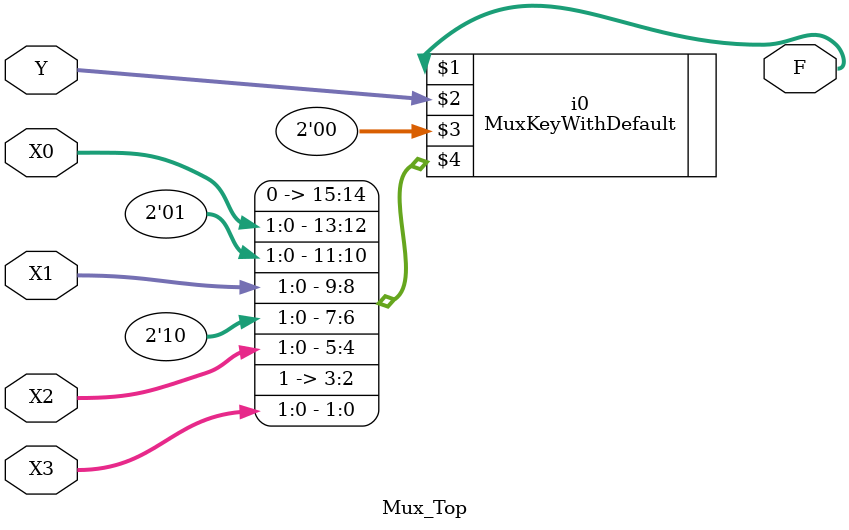
<source format=v>
/* two-bits 4-1 选择器 */

// 使用通用选择器模板来实现
module Mux_Top (
    input [1:0] X0,
    input [1:0] X1,
    input [1:0] X2,
    input [1:0] X3,
    input [1:0] Y,
    output [1:0] F
);
    MuxKeyWithDefault #(4, 2, 2) i0(F, Y,  
        2'b00,{ 2'b00, X0,  2'b01, X1,
                2'b10, X2,  2'b11, X3 }
    );

endmodule
</source>
